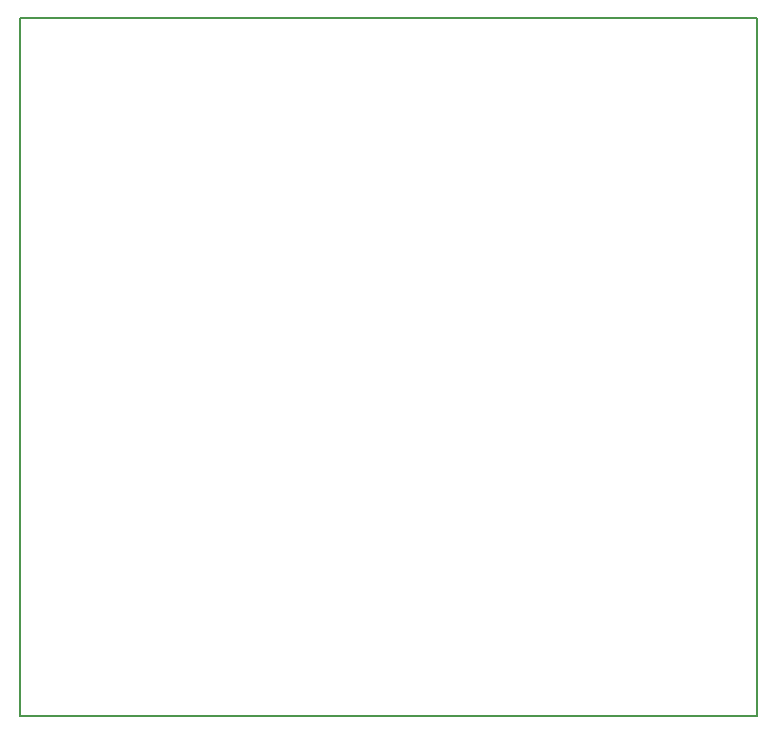
<source format=gbo>
G04 MADE WITH FRITZING*
G04 WWW.FRITZING.ORG*
G04 DOUBLE SIDED*
G04 HOLES PLATED*
G04 CONTOUR ON CENTER OF CONTOUR VECTOR*
%ASAXBY*%
%FSLAX23Y23*%
%MOIN*%
%OFA0B0*%
%SFA1.0B1.0*%
%ADD10R,2.464780X2.334430X2.448780X2.318430*%
%ADD11C,0.008000*%
%LNSILK0*%
G90*
G70*
G54D11*
X4Y2330D02*
X2461Y2330D01*
X2461Y4D01*
X4Y4D01*
X4Y2330D01*
D02*
G04 End of Silk0*
M02*
</source>
